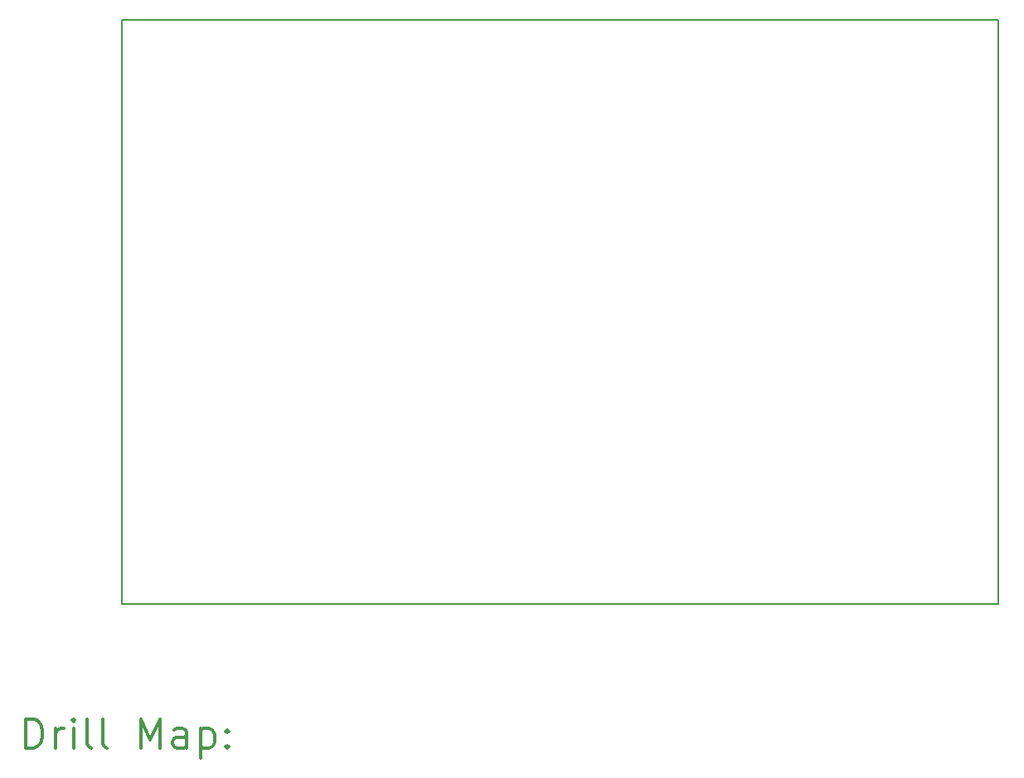
<source format=gbr>
%FSLAX45Y45*%
G04 Gerber Fmt 4.5, Leading zero omitted, Abs format (unit mm)*
G04 Created by KiCad (PCBNEW (5.1.5)-3) date 2021-04-18 18:32:01*
%MOMM*%
%LPD*%
G04 APERTURE LIST*
%TA.AperFunction,Profile*%
%ADD10C,0.200000*%
%TD*%
%ADD11C,0.200000*%
%ADD12C,0.300000*%
G04 APERTURE END LIST*
D10*
X14017752Y-6187948D02*
X14017752Y-12156948D01*
X22971252Y-6187948D02*
X14017752Y-6187948D01*
X22971252Y-12156948D02*
X22971252Y-6187948D01*
X14017752Y-12156948D02*
X22971252Y-12156948D01*
D11*
D12*
X13038180Y-13634662D02*
X13038180Y-13334662D01*
X13109609Y-13334662D01*
X13152466Y-13348948D01*
X13181038Y-13377519D01*
X13195323Y-13406091D01*
X13209609Y-13463234D01*
X13209609Y-13506091D01*
X13195323Y-13563234D01*
X13181038Y-13591805D01*
X13152466Y-13620376D01*
X13109609Y-13634662D01*
X13038180Y-13634662D01*
X13338180Y-13634662D02*
X13338180Y-13434662D01*
X13338180Y-13491805D02*
X13352466Y-13463234D01*
X13366752Y-13448948D01*
X13395323Y-13434662D01*
X13423895Y-13434662D01*
X13523895Y-13634662D02*
X13523895Y-13434662D01*
X13523895Y-13334662D02*
X13509609Y-13348948D01*
X13523895Y-13363234D01*
X13538180Y-13348948D01*
X13523895Y-13334662D01*
X13523895Y-13363234D01*
X13709609Y-13634662D02*
X13681038Y-13620376D01*
X13666752Y-13591805D01*
X13666752Y-13334662D01*
X13866752Y-13634662D02*
X13838180Y-13620376D01*
X13823895Y-13591805D01*
X13823895Y-13334662D01*
X14209609Y-13634662D02*
X14209609Y-13334662D01*
X14309609Y-13548948D01*
X14409609Y-13334662D01*
X14409609Y-13634662D01*
X14681038Y-13634662D02*
X14681038Y-13477519D01*
X14666752Y-13448948D01*
X14638180Y-13434662D01*
X14581038Y-13434662D01*
X14552466Y-13448948D01*
X14681038Y-13620376D02*
X14652466Y-13634662D01*
X14581038Y-13634662D01*
X14552466Y-13620376D01*
X14538180Y-13591805D01*
X14538180Y-13563234D01*
X14552466Y-13534662D01*
X14581038Y-13520376D01*
X14652466Y-13520376D01*
X14681038Y-13506091D01*
X14823895Y-13434662D02*
X14823895Y-13734662D01*
X14823895Y-13448948D02*
X14852466Y-13434662D01*
X14909609Y-13434662D01*
X14938180Y-13448948D01*
X14952466Y-13463234D01*
X14966752Y-13491805D01*
X14966752Y-13577519D01*
X14952466Y-13606091D01*
X14938180Y-13620376D01*
X14909609Y-13634662D01*
X14852466Y-13634662D01*
X14823895Y-13620376D01*
X15095323Y-13606091D02*
X15109609Y-13620376D01*
X15095323Y-13634662D01*
X15081038Y-13620376D01*
X15095323Y-13606091D01*
X15095323Y-13634662D01*
X15095323Y-13448948D02*
X15109609Y-13463234D01*
X15095323Y-13477519D01*
X15081038Y-13463234D01*
X15095323Y-13448948D01*
X15095323Y-13477519D01*
M02*

</source>
